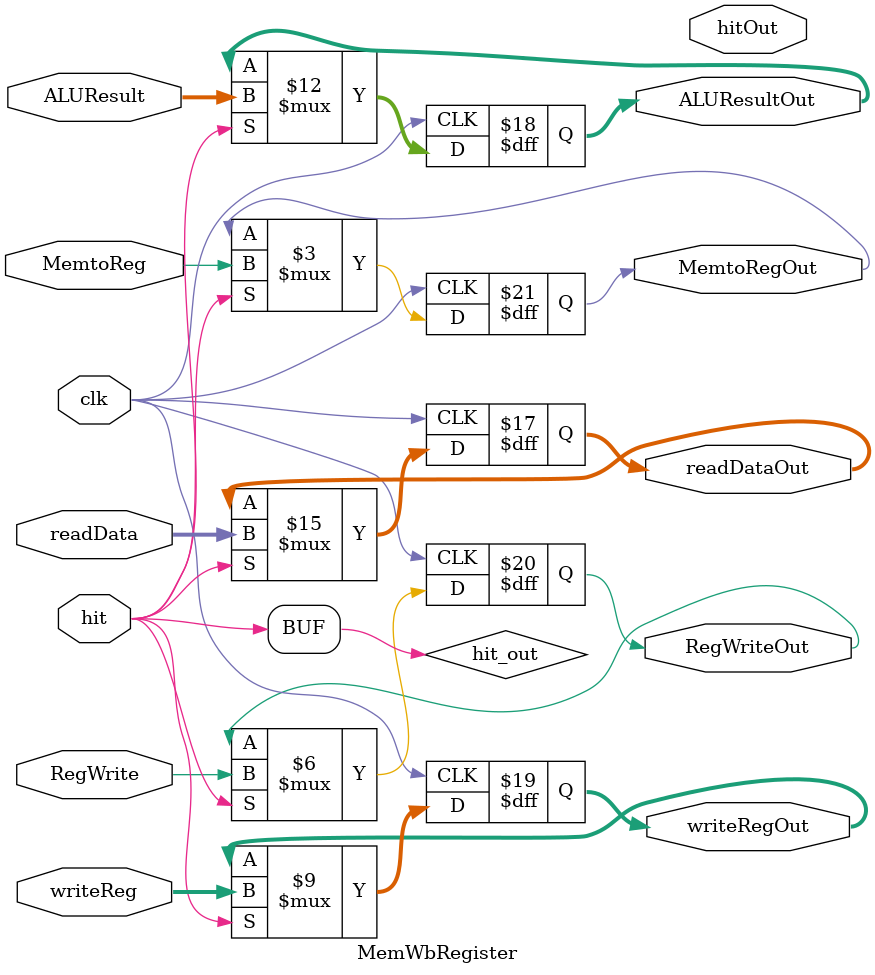
<source format=v>
`timescale 1ns / 1ps
module MemWbRegister(clk, hit, readData, ALUResult, writeReg, RegWrite, MemtoReg, hitOut, readDataOut, ALUResultOut, writeRegOut, RegWriteOut, MemtoRegOut
    );
	 input clk;
	 input hit;
	 input [63:0] readData;
	 input [63:0] ALUResult;
	 input [4:0] writeReg;
	 input RegWrite;
	 input MemtoReg;
	 
	 output hitOut;
	 output reg [63:0] readDataOut;
	 output reg [63:0] ALUResultOut;
	 output reg [4:0] writeRegOut;
	 output reg RegWriteOut;
	 output reg MemtoRegOut;
	 
	 always @ (negedge clk) begin 
		 if(hit) begin
			 readDataOut = readData;
			 ALUResultOut = ALUResult;
			 writeRegOut = writeReg;
			 RegWriteOut = RegWrite;
			 MemtoRegOut = MemtoReg;
		 end
	 end
	 
	 assign hit_out = hit;


endmodule

</source>
